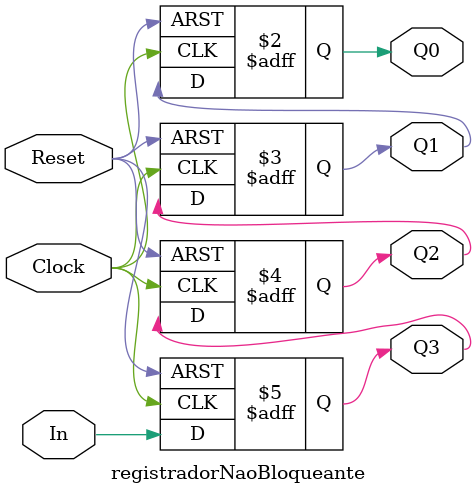
<source format=v>
/*
Prática Registrador
Alunos: Alexandre Roque, Henrique Coelho, Vitor Santana
Disciplina: Sistemas Digitais
Professora: Mara Coelho
*/

module registradorNaoBloqueante(Clock, Reset, In, Q0,Q1,Q2,Q3);

	input Clock, Reset, In;
	output reg Q0,Q1,Q2,Q3;
	
	always@(posedge Reset or posedge Clock)
	begin
			if(Reset)
				begin
					Q3 <= 1'b0;
					Q2 <= 1'b0;
					Q1 <= 1'b0;
					Q0 <= 1'b0;
				end //if
			else
			begin
				Q3 <= In;
				Q2 <= Q3;
				Q1 <= Q2;
				Q0 <= Q1;
			end //else
	end //always
	
endmodule

</source>
